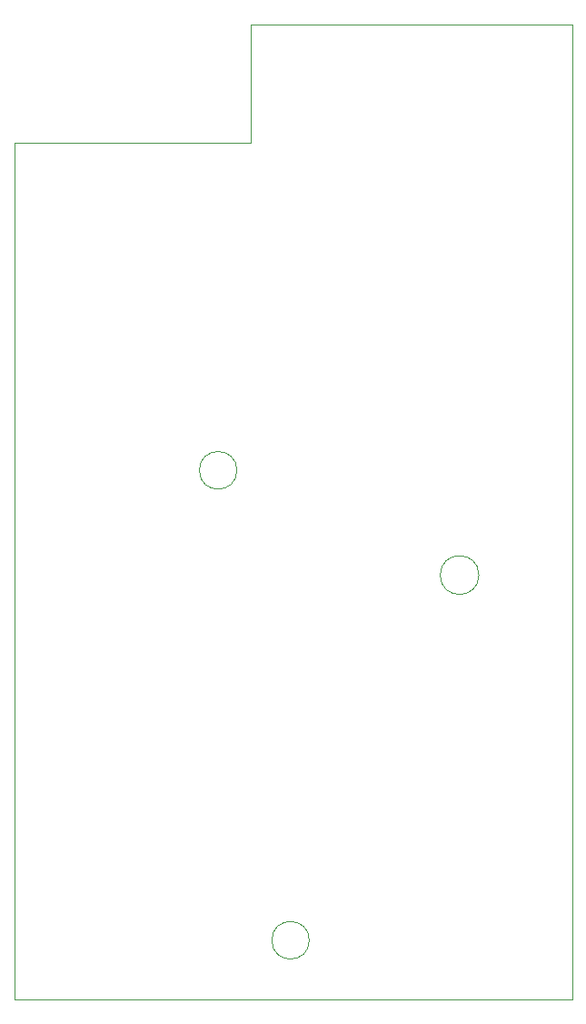
<source format=gbr>
%TF.GenerationSoftware,KiCad,Pcbnew,8.0.8*%
%TF.CreationDate,2025-07-12T12:46:12+02:00*%
%TF.ProjectId,lora_sensor_case-sensor_bottom,6c6f7261-5f73-4656-9e73-6f725f636173,rev?*%
%TF.SameCoordinates,Original*%
%TF.FileFunction,Profile,NP*%
%FSLAX46Y46*%
G04 Gerber Fmt 4.6, Leading zero omitted, Abs format (unit mm)*
G04 Created by KiCad (PCBNEW 8.0.8) date 2025-07-12 12:46:12*
%MOMM*%
%LPD*%
G01*
G04 APERTURE LIST*
%TA.AperFunction,Profile*%
%ADD10C,0.050000*%
%TD*%
%TA.AperFunction,Profile*%
%ADD11C,0.100000*%
%TD*%
G04 APERTURE END LIST*
D10*
X102000000Y-54000000D02*
X124000000Y-54000000D01*
X154000000Y-133750000D02*
X102000000Y-133750000D01*
D11*
X145302776Y-94250000D02*
G75*
G02*
X141697224Y-94250000I-1802776J0D01*
G01*
X141697224Y-94250000D02*
G75*
G02*
X145302776Y-94250000I1802776J0D01*
G01*
D10*
X122750000Y-84500000D02*
G75*
G02*
X119250000Y-84500000I-1750000J0D01*
G01*
X119250000Y-84500000D02*
G75*
G02*
X122750000Y-84500000I1750000J0D01*
G01*
X124000000Y-54000000D02*
X124000000Y-43000000D01*
X124000000Y-43000000D02*
X154000000Y-43000000D01*
X102000000Y-133750000D02*
X102000000Y-54000000D01*
X154000000Y-43000000D02*
X154000000Y-133750000D01*
X129500000Y-128250000D02*
G75*
G02*
X126000000Y-128250000I-1750000J0D01*
G01*
X126000000Y-128250000D02*
G75*
G02*
X129500000Y-128250000I1750000J0D01*
G01*
M02*

</source>
